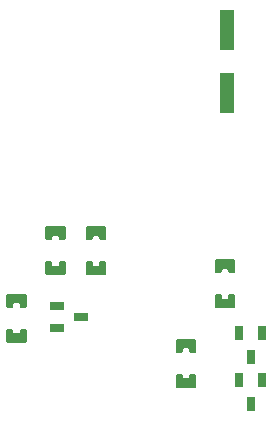
<source format=gtp>
G04 Layer: TopPasteMaskLayer*
G04 EasyEDA Pro v2.2.45.4, 2025-12-29 16:20:18*
G04 Gerber Generator version 0.3*
G04 Scale: 100 percent, Rotated: No, Reflected: No*
G04 Dimensions in millimeters*
G04 Leading zeros omitted, absolute positions, 4 integers and 5 decimals*
G04 Generated by one-click*
%FSLAX45Y45*%
%MOMM*%
%ADD10R,1.2X3.49999*%
%ADD11R,0.7X1.25001*%
%ADD12R,1.25001X0.7*%
%ADD13C,0.0649*%
G75*


G04 PolygonModel Start*
G36*
G01X-483751Y-2477900D02*
G01X-519882Y-2477900D01*
G01X-529882Y-2467900D01*
G01X-529882Y-2446843D01*
G01X-539882Y-2436843D01*
G01X-577718Y-2436843D01*
G01X-587718Y-2446843D01*
G01X-587718Y-2467900D01*
G01X-597718Y-2477900D01*
G01X-633849Y-2477900D01*
G01X-643849Y-2467900D01*
G01X-643849Y-2367148D01*
G01X-633849Y-2357148D01*
G01X-483751Y-2357148D01*
G01X-473751Y-2367148D01*
G01X-473751Y-2467900D01*
G01X-483751Y-2477900D01*
G37*
G36*
G01X-483751Y-2652900D02*
G01X-519882Y-2652900D01*
G01X-529882Y-2662900D01*
G01X-529882Y-2683957D01*
G01X-539882Y-2693957D01*
G01X-577718Y-2693957D01*
G01X-587718Y-2683957D01*
G01X-587718Y-2662900D01*
G01X-597718Y-2652900D01*
G01X-633849Y-2652900D01*
G01X-643849Y-2662900D01*
G01X-643849Y-2763652D01*
G01X-633849Y-2773652D01*
G01X-483751Y-2773652D01*
G01X-473751Y-2763652D01*
G01X-473751Y-2662900D01*
G01X-483751Y-2652900D01*
G37*
G36*
G01X-964049Y-3326000D02*
G01X-927918Y-3326000D01*
G01X-917918Y-3336000D01*
G01X-917918Y-3357057D01*
G01X-907918Y-3367057D01*
G01X-870082Y-3367057D01*
G01X-860082Y-3357057D01*
G01X-860082Y-3336000D01*
G01X-850082Y-3326000D01*
G01X-813951Y-3326000D01*
G01X-803951Y-3336000D01*
G01X-803951Y-3436752D01*
G01X-813951Y-3446752D01*
G01X-964049Y-3446752D01*
G01X-974049Y-3436752D01*
G01X-974049Y-3336000D01*
G01X-964049Y-3326000D01*
G37*
G36*
G01X-964049Y-3151000D02*
G01X-927918Y-3151000D01*
G01X-917918Y-3141000D01*
G01X-917918Y-3119943D01*
G01X-907918Y-3109943D01*
G01X-870082Y-3109943D01*
G01X-860082Y-3119943D01*
G01X-860082Y-3141000D01*
G01X-850082Y-3151000D01*
G01X-813951Y-3151000D01*
G01X-803951Y-3141000D01*
G01X-803951Y-3040248D01*
G01X-813951Y-3030248D01*
G01X-964049Y-3030248D01*
G01X-974049Y-3040248D01*
G01X-974049Y-3141000D01*
G01X-964049Y-3151000D01*
G37*
G36*
G01X-1918851Y-2198500D02*
G01X-1954982Y-2198500D01*
G01X-1964982Y-2188500D01*
G01X-1964982Y-2167443D01*
G01X-1974982Y-2157443D01*
G01X-2012818Y-2157443D01*
G01X-2022818Y-2167443D01*
G01X-2022818Y-2188500D01*
G01X-2032818Y-2198500D01*
G01X-2068949Y-2198500D01*
G01X-2078949Y-2188500D01*
G01X-2078949Y-2087748D01*
G01X-2068949Y-2077748D01*
G01X-1918851Y-2077748D01*
G01X-1908851Y-2087748D01*
G01X-1908851Y-2188500D01*
G01X-1918851Y-2198500D01*
G37*
G36*
G01X-1918851Y-2373500D02*
G01X-1954982Y-2373500D01*
G01X-1964982Y-2383500D01*
G01X-1964982Y-2404557D01*
G01X-1974982Y-2414557D01*
G01X-2012818Y-2414557D01*
G01X-2022818Y-2404557D01*
G01X-2022818Y-2383500D01*
G01X-2032818Y-2373500D01*
G01X-2068949Y-2373500D01*
G01X-2078949Y-2383500D01*
G01X-2078949Y-2484252D01*
G01X-2068949Y-2494252D01*
G01X-1918851Y-2494252D01*
G01X-1908851Y-2484252D01*
G01X-1908851Y-2383500D01*
G01X-1918851Y-2373500D01*
G37*
G36*
G01X-2399149Y-2945000D02*
G01X-2363018Y-2945000D01*
G01X-2353018Y-2955000D01*
G01X-2353018Y-2976057D01*
G01X-2343018Y-2986057D01*
G01X-2305182Y-2986057D01*
G01X-2295182Y-2976057D01*
G01X-2295182Y-2955000D01*
G01X-2285182Y-2945000D01*
G01X-2249051Y-2945000D01*
G01X-2239051Y-2955000D01*
G01X-2239051Y-3055752D01*
G01X-2249051Y-3065752D01*
G01X-2399149Y-3065752D01*
G01X-2409149Y-3055752D01*
G01X-2409149Y-2955000D01*
G01X-2399149Y-2945000D01*
G37*
G36*
G01X-2399149Y-2770000D02*
G01X-2363018Y-2770000D01*
G01X-2353018Y-2760000D01*
G01X-2353018Y-2738943D01*
G01X-2343018Y-2728943D01*
G01X-2305182Y-2728943D01*
G01X-2295182Y-2738943D01*
G01X-2295182Y-2760000D01*
G01X-2285182Y-2770000D01*
G01X-2249051Y-2770000D01*
G01X-2239051Y-2760000D01*
G01X-2239051Y-2659248D01*
G01X-2249051Y-2649248D01*
G01X-2399149Y-2649248D01*
G01X-2409149Y-2659248D01*
G01X-2409149Y-2760000D01*
G01X-2399149Y-2770000D01*
G37*
G36*
G01X-1726049Y-2373500D02*
G01X-1689918Y-2373500D01*
G01X-1679918Y-2383500D01*
G01X-1679918Y-2404557D01*
G01X-1669918Y-2414557D01*
G01X-1632082Y-2414557D01*
G01X-1622082Y-2404557D01*
G01X-1622082Y-2383500D01*
G01X-1612082Y-2373500D01*
G01X-1575951Y-2373500D01*
G01X-1565951Y-2383500D01*
G01X-1565951Y-2484252D01*
G01X-1575951Y-2494252D01*
G01X-1726049Y-2494252D01*
G01X-1736049Y-2484252D01*
G01X-1736049Y-2383500D01*
G01X-1726049Y-2373500D01*
G37*
G36*
G01X-1726049Y-2198500D02*
G01X-1689918Y-2198500D01*
G01X-1679918Y-2188500D01*
G01X-1679918Y-2167443D01*
G01X-1669918Y-2157443D01*
G01X-1632082Y-2157443D01*
G01X-1622082Y-2167443D01*
G01X-1622082Y-2188500D01*
G01X-1612082Y-2198500D01*
G01X-1575951Y-2198500D01*
G01X-1565951Y-2188500D01*
G01X-1565951Y-2087748D01*
G01X-1575951Y-2077748D01*
G01X-1726049Y-2077748D01*
G01X-1736049Y-2087748D01*
G01X-1736049Y-2188500D01*
G01X-1726049Y-2198500D01*
G37*

G04 Pad Start*
G54D10*
G01X-546100Y-418795D03*
G01X-546100Y-952805D03*
G54D11*
G01X-247904Y-2986100D03*
G01X-437896Y-2986100D03*
G01X-342900Y-3186100D03*
G01X-247904Y-3379800D03*
G01X-437896Y-3379800D03*
G01X-342900Y-3579800D03*
G54D12*
G01X-1979600Y-2749804D03*
G01X-1979600Y-2939796D03*
G01X-1779600Y-2844800D03*
G04 Pad End*

M02*


</source>
